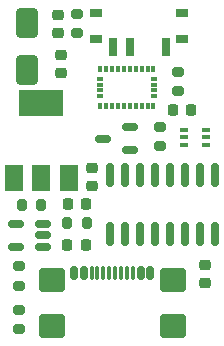
<source format=gbr>
%TF.GenerationSoftware,KiCad,Pcbnew,7.0.9-7.0.9~ubuntu22.04.1*%
%TF.CreationDate,2023-12-12T12:02:25+02:00*%
%TF.ProjectId,Haply_EE,4861706c-795f-4454-952e-6b696361645f,rev?*%
%TF.SameCoordinates,Original*%
%TF.FileFunction,Paste,Top*%
%TF.FilePolarity,Positive*%
%FSLAX46Y46*%
G04 Gerber Fmt 4.6, Leading zero omitted, Abs format (unit mm)*
G04 Created by KiCad (PCBNEW 7.0.9-7.0.9~ubuntu22.04.1) date 2023-12-12 12:02:25*
%MOMM*%
%LPD*%
G01*
G04 APERTURE LIST*
G04 Aperture macros list*
%AMRoundRect*
0 Rectangle with rounded corners*
0 $1 Rounding radius*
0 $2 $3 $4 $5 $6 $7 $8 $9 X,Y pos of 4 corners*
0 Add a 4 corners polygon primitive as box body*
4,1,4,$2,$3,$4,$5,$6,$7,$8,$9,$2,$3,0*
0 Add four circle primitives for the rounded corners*
1,1,$1+$1,$2,$3*
1,1,$1+$1,$4,$5*
1,1,$1+$1,$6,$7*
1,1,$1+$1,$8,$9*
0 Add four rect primitives between the rounded corners*
20,1,$1+$1,$2,$3,$4,$5,0*
20,1,$1+$1,$4,$5,$6,$7,0*
20,1,$1+$1,$6,$7,$8,$9,0*
20,1,$1+$1,$8,$9,$2,$3,0*%
G04 Aperture macros list end*
%ADD10RoundRect,0.200000X0.275000X-0.200000X0.275000X0.200000X-0.275000X0.200000X-0.275000X-0.200000X0*%
%ADD11RoundRect,0.200000X-0.200000X-0.275000X0.200000X-0.275000X0.200000X0.275000X-0.200000X0.275000X0*%
%ADD12RoundRect,0.225000X0.225000X0.250000X-0.225000X0.250000X-0.225000X-0.250000X0.225000X-0.250000X0*%
%ADD13RoundRect,0.150000X-0.150000X-0.425000X0.150000X-0.425000X0.150000X0.425000X-0.150000X0.425000X0*%
%ADD14RoundRect,0.075000X-0.075000X-0.500000X0.075000X-0.500000X0.075000X0.500000X-0.075000X0.500000X0*%
%ADD15RoundRect,0.250000X-0.840000X-0.750000X0.840000X-0.750000X0.840000X0.750000X-0.840000X0.750000X0*%
%ADD16RoundRect,0.218750X0.218750X0.256250X-0.218750X0.256250X-0.218750X-0.256250X0.218750X-0.256250X0*%
%ADD17RoundRect,0.225000X0.250000X-0.225000X0.250000X0.225000X-0.250000X0.225000X-0.250000X-0.225000X0*%
%ADD18RoundRect,0.200000X0.200000X0.275000X-0.200000X0.275000X-0.200000X-0.275000X0.200000X-0.275000X0*%
%ADD19RoundRect,0.200000X-0.275000X0.200000X-0.275000X-0.200000X0.275000X-0.200000X0.275000X0.200000X0*%
%ADD20R,1.500000X2.200000*%
%ADD21R,3.800000X2.200000*%
%ADD22RoundRect,0.225000X-0.225000X-0.250000X0.225000X-0.250000X0.225000X0.250000X-0.225000X0.250000X0*%
%ADD23R,0.650000X0.400000*%
%ADD24RoundRect,0.150000X0.512500X0.150000X-0.512500X0.150000X-0.512500X-0.150000X0.512500X-0.150000X0*%
%ADD25RoundRect,0.150000X0.150000X-0.825000X0.150000X0.825000X-0.150000X0.825000X-0.150000X-0.825000X0*%
%ADD26R,1.000000X0.800000*%
%ADD27R,0.700000X1.500000*%
%ADD28R,0.300000X0.500000*%
%ADD29R,0.500000X0.300000*%
%ADD30RoundRect,0.250000X0.650000X-1.000000X0.650000X1.000000X-0.650000X1.000000X-0.650000X-1.000000X0*%
G04 APERTURE END LIST*
D10*
%TO.C,R6*%
X123698000Y-122046000D03*
X123698000Y-120396000D03*
%TD*%
D11*
%TO.C,R4*%
X123952000Y-111506000D03*
X125602000Y-111506000D03*
%TD*%
D12*
%TO.C,C8*%
X138300000Y-103500000D03*
X136750000Y-103500000D03*
%TD*%
D13*
%TO.C,J2*%
X128402000Y-117281000D03*
X129202000Y-117281000D03*
D14*
X130352000Y-117281000D03*
X131352000Y-117281000D03*
X131852000Y-117281000D03*
X132852000Y-117281000D03*
D13*
X134002000Y-117281000D03*
X134802000Y-117281000D03*
X134802000Y-117281000D03*
X134002000Y-117281000D03*
D14*
X133352000Y-117281000D03*
X132352000Y-117281000D03*
X130852000Y-117281000D03*
X129852000Y-117281000D03*
D13*
X129202000Y-117281000D03*
X128402000Y-117281000D03*
D15*
X126492000Y-117856000D03*
X126492000Y-121786000D03*
X136712000Y-117856000D03*
X136712000Y-121786000D03*
%TD*%
D16*
%TO.C,D2*%
X129365000Y-114960000D03*
X127790000Y-114960000D03*
%TD*%
D17*
%TO.C,C5*%
X129900000Y-109950000D03*
X129900000Y-108400000D03*
%TD*%
D18*
%TO.C,R5*%
X129430000Y-113080000D03*
X127780000Y-113080000D03*
%TD*%
D10*
%TO.C,R7*%
X123698000Y-118364000D03*
X123698000Y-116714000D03*
%TD*%
%TO.C,R2*%
X128600000Y-97025000D03*
X128600000Y-95375000D03*
%TD*%
D19*
%TO.C,R1*%
X135636000Y-104902000D03*
X135636000Y-106552000D03*
%TD*%
%TO.C,R3*%
X137160000Y-100267000D03*
X137160000Y-101917000D03*
%TD*%
D20*
%TO.C,U2*%
X123300000Y-109250000D03*
X125600000Y-109250000D03*
X127900000Y-109250000D03*
D21*
X125600000Y-102950000D03*
%TD*%
D17*
%TO.C,C3*%
X127254000Y-100356000D03*
X127254000Y-98806000D03*
%TD*%
D22*
%TO.C,C2*%
X127870000Y-111490000D03*
X129420000Y-111490000D03*
%TD*%
D17*
%TO.C,C1*%
X139446000Y-118136000D03*
X139446000Y-116586000D03*
%TD*%
D23*
%TO.C,Q2*%
X137668000Y-105156000D03*
X137668000Y-105806000D03*
X137668000Y-106456000D03*
X139568000Y-106456000D03*
X139568000Y-105806000D03*
X139568000Y-105156000D03*
%TD*%
D24*
%TO.C,U3*%
X125730000Y-115062000D03*
X125730000Y-114112000D03*
X125730000Y-113162000D03*
X123455000Y-113162000D03*
X123455000Y-115062000D03*
%TD*%
D25*
%TO.C,U5*%
X131445000Y-113981000D03*
X132715000Y-113981000D03*
X133985000Y-113981000D03*
X135255000Y-113981000D03*
X136525000Y-113981000D03*
X137795000Y-113981000D03*
X139065000Y-113981000D03*
X140335000Y-113981000D03*
X140335000Y-109031000D03*
X139065000Y-109031000D03*
X137795000Y-109031000D03*
X136525000Y-109031000D03*
X135255000Y-109031000D03*
X133985000Y-109031000D03*
X132715000Y-109031000D03*
X131445000Y-109031000D03*
%TD*%
D26*
%TO.C,SW1*%
X137525000Y-97525000D03*
X137525000Y-95315000D03*
X130225000Y-97525000D03*
X130225000Y-95315000D03*
D27*
X136125000Y-98175000D03*
X133125000Y-98175000D03*
X131625000Y-98175000D03*
%TD*%
D28*
%TO.C,U1*%
X130592000Y-100037500D03*
D29*
X130579500Y-100850000D03*
X130579500Y-101350000D03*
X130579500Y-101850000D03*
X130579500Y-102350000D03*
D28*
X130592000Y-103162500D03*
X131092000Y-103162500D03*
X131592000Y-103162500D03*
X132092000Y-103162500D03*
X132592000Y-103162500D03*
X133092000Y-103162500D03*
X133592000Y-103162500D03*
X134092000Y-103162500D03*
X134592000Y-103162500D03*
X135092000Y-103162500D03*
D29*
X135104500Y-102350000D03*
X135104500Y-101850000D03*
X135104500Y-101350000D03*
X135104500Y-100850000D03*
D28*
X135092000Y-100037500D03*
X134592000Y-100037500D03*
X134092000Y-100037500D03*
X133592000Y-100037500D03*
X133092000Y-100037500D03*
X132592000Y-100037500D03*
X132092000Y-100037500D03*
X131592000Y-100037500D03*
X131092000Y-100037500D03*
%TD*%
D17*
%TO.C,C4*%
X127000000Y-96975000D03*
X127000000Y-95425000D03*
%TD*%
D30*
%TO.C,D1*%
X124380000Y-100097500D03*
X124380000Y-96097500D03*
%TD*%
D24*
%TO.C,Q1*%
X133085000Y-106868000D03*
X133085000Y-104968000D03*
X130810000Y-105918000D03*
%TD*%
M02*

</source>
